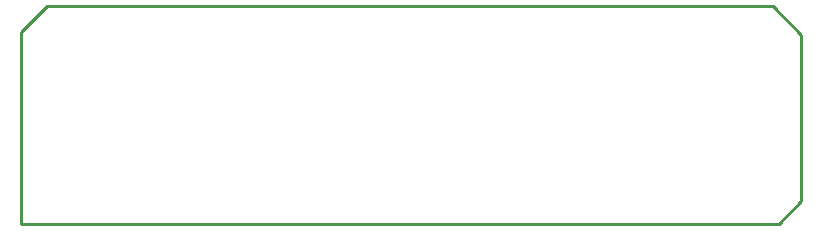
<source format=gko>
G04 Layer: BoardOutline*
G04 EasyEDA v6.4.25, 2021-10-17T02:20:50+08:00*
G04 2ac7491e4d7b47ffaeae1aaf30646eaa,91c7be0e0535418db580a4ece6a21754,10*
G04 Gerber Generator version 0.2*
G04 Scale: 100 percent, Rotated: No, Reflected: No *
G04 Dimensions in millimeters *
G04 leading zeros omitted , absolute positions ,4 integer and 5 decimal *
%FSLAX45Y45*%
%MOMM*%

%ADD10C,0.2540*%
D10*
X749300Y2552700D02*
G01*
X749300Y4178300D01*
X965200Y4394200D01*
X6921500Y4394200D01*
X7112000Y4394200D01*
X7353300Y4152900D01*
X7353300Y2743200D01*
X7162800Y2552700D01*
X749300Y2552700D01*

%LPD*%
M02*

</source>
